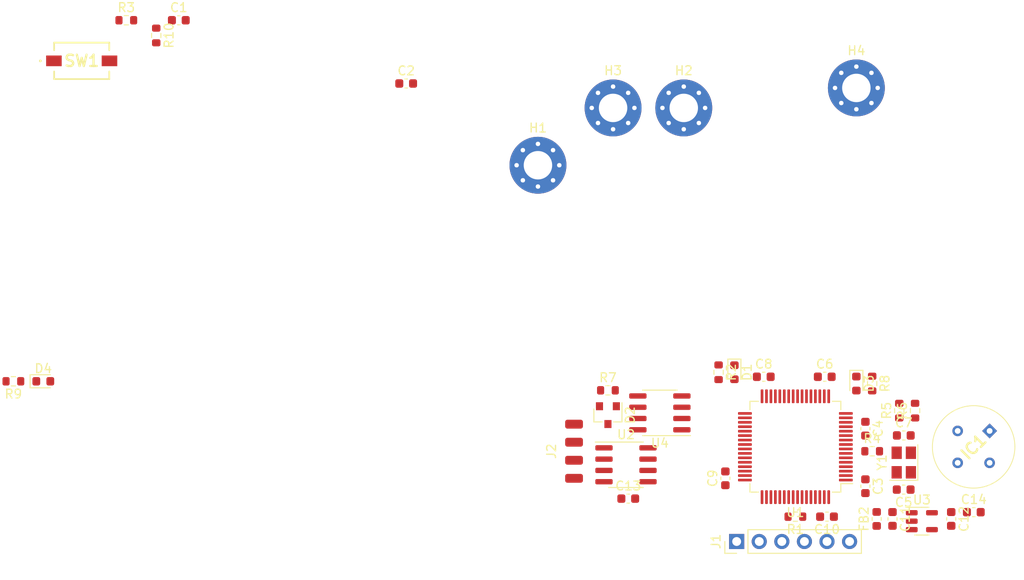
<source format=kicad_pcb>
(kicad_pcb (version 20211014) (generator pcbnew)
  (layers (0 "F.Cu" signal) (1 "In1.Cu" power "GND") (2 "In2.Cu" power "PWR") (31 "B.Cu" signal) (34 "B.Paste" user) (35 "F.Paste" user) (36 "B.SilkS" user "B.Silkscreen") (37 "F.SilkS" user "F.Silkscreen") (38 "B.Mask" user) (39 "F.Mask" user) (44 "Edge.Cuts" user))
  (net 0 "")
  (net 1 "/NRST")
  (net 2 "GND")
  (net 4 "/OSC_IN")
  (net 5 "Net-(C7-Pad1)")
  (net 6 "Net-(C11-Pad1)")
  (net 7 "+2V6")
  (net 8 "+3V3")
  (net 9 "Net-(D1-Pad1)")
  (net 10 "/LED")
  (net 11 "/CAN_L")
  (net 12 "/CAN_H")
  (net 13 "Net-(D3-Pad1)")
  (net 14 "/LED_ERR")
  (net 15 "Net-(D4-Pad1)")
  (net 16 "/SCL")
  (net 17 "/SDA")
  (net 18 "/SWCLK")
  (net 19 "/SWDIO")
  (net 20 "/SWO")
  (net 21 "+24V")
  (net 22 "Net-(R1-Pad1)")
  (net 23 "Net-(R3-Pad1)")
  (net 24 "/OSC_OUT")
  (net 52 "/CAN_RX")
  (net 53 "/CAN_TX")
  (footprint "Capacitor_SMD:C_0603_1608Metric" (layer "F.Cu") (at 167.386 132.588)
    (fp_text reference "C13" (at 0 -1.43) (layer "F.SilkS"))
    (fp_text value "10u <3.4Ohm")
    (fp_line (start -0.14058 -0.51) (end 0.14058 -0.51) (layer "F.SilkS") (width 0.12))
    (fp_line (start -0.14058 0.51) (end 0.14058 0.51) (layer "F.SilkS") (width 0.12))
    (pad "1" smd roundrect (at -0.775 0) (size 0.9 0.95) (layers "F.Cu" "F.Paste" "F.Mask") (net 8 "+3V3"))
    (pad "2" smd roundrect (at 0.775 0) (size 0.9 0.95) (layers "F.Cu" "F.Paste" "F.Mask") (net 2 "GND"))
  )
  (footprint "Package_SO:SOIC-8_3.9x4.9mm_P1.27mm" (layer "F.Cu") (at 167.132 128.778)
    (fp_text reference "U2" (at 0 -3.4) (layer "F.SilkS"))
    (fp_text value "MIC5236")
    (fp_line (start 0 -2.56) (end -3.45 -2.56) (layer "F.SilkS") (width 0.12))
    (fp_line (start 0 2.56) (end 1.95 2.56) (layer "F.SilkS") (width 0.12))
    (fp_line (start 0 -2.56) (end 1.95 -2.56) (layer "F.SilkS") (width 0.12))
    (fp_line (start 0 2.56) (end -1.95 2.56) (layer "F.SilkS") (width 0.12))
    (pad "1" smd roundrect (at -2.475 -1.905) (size 1.95 0.6) (layers "F.Cu" "F.Paste" "F.Mask"))
    (pad "2" smd roundrect (at -2.475 -0.635) (size 1.95 0.6) (layers "F.Cu" "F.Paste" "F.Mask") (net 21 "+24V"))
    (pad "3" smd roundrect (at -2.475 0.635) (size 1.95 0.6) (layers "F.Cu" "F.Paste" "F.Mask") (net 8 "+3V3"))
    (pad "4" smd roundrect (at -2.475 1.905) (size 1.95 0.6) (layers "F.Cu" "F.Paste" "F.Mask") (net 21 "+24V"))
    (pad "5" smd roundrect (at 2.475 1.905) (size 1.95 0.6) (layers "F.Cu" "F.Paste" "F.Mask") (net 2 "GND"))
    (pad "6" smd roundrect (at 2.475 0.635) (size 1.95 0.6) (layers "F.Cu" "F.Paste" "F.Mask") (net 2 "GND"))
    (pad "7" smd roundrect (at 2.475 -0.635) (size 1.95 0.6) (layers "F.Cu" "F.Paste" "F.Mask") (net 2 "GND"))
    (pad "8" smd roundrect (at 2.475 -1.905) (size 1.95 0.6) (layers "F.Cu" "F.Paste" "F.Mask") (net 2 "GND"))
  )
  (footprint "Capacitor_SMD:C_0603_1608Metric" (layer "F.Cu") (at 116.84 78.74)
    (fp_text reference "C1" (at 0 -1.43) (layer "F.SilkS"))
    (fp_text value "0.1u")
    (fp_line (start -0.14058 0.51) (end 0.14058 0.51) (layer "F.SilkS") (width 0.12))
    (fp_line (start -0.14058 -0.51) (end 0.14058 -0.51) (layer "F.SilkS") (width 0.12))
    (pad "1" smd roundrect (at -0.775 0) (size 0.9 0.95) (layers "F.Cu" "F.Paste" "F.Mask") (net 1 "/NRST"))
    (pad "2" smd roundrect (at 0.775 0) (size 0.9 0.95) (layers "F.Cu" "F.Paste" "F.Mask") (net 2 "GND"))
  )
  (footprint "Capacitor_SMD:C_0603_1608Metric" (layer "F.Cu") (at 189.484 118.872)
    (fp_text reference "C6" (at 0 -1.43) (layer "F.SilkS"))
    (fp_text value "100n")
    (fp_line (start -0.14058 0.51) (end 0.14058 0.51) (layer "F.SilkS") (width 0.12))
    (fp_line (start -0.14058 -0.51) (end 0.14058 -0.51) (layer "F.SilkS") (width 0.12))
    (pad "1" smd roundrect (at -0.775 0) (size 0.9 0.95) (layers "F.Cu" "F.Paste" "F.Mask") (net 8 "+3V3"))
    (pad "2" smd roundrect (at 0.775 0) (size 0.9 0.95) (layers "F.Cu" "F.Paste" "F.Mask") (net 2 "GND"))
  )
  (footprint "Diode_SMD:D_0603_1608Metric" (layer "F.Cu") (at 193.04 119.634 -90)
    (fp_text reference "D3" (at 0 -1.43 90) (layer "F.SilkS"))
    (fp_text value "RED")
    (fp_line (start -1.485 0.735) (end 0.8 0.735) (layer "F.SilkS") (width 0.12))
    (fp_line (start 0.8 -0.735) (end -1.485 -0.735) (layer "F.SilkS") (width 0.12))
    (fp_line (start -1.485 -0.735) (end -1.485 0.735) (layer "F.SilkS") (width 0.12))
    (pad "1" smd roundrect (at -0.7875 0 270) (size 0.875 0.95) (layers "F.Cu" "F.Paste" "F.Mask") (net 13 "Net-(D3-Pad1)"))
    (pad "2" smd roundrect (at 0.7875 0 270) (size 0.875 0.95) (layers "F.Cu" "F.Paste" "F.Mask") (net 14 "/LED_ERR"))
  )
  (footprint "Package_QFP:LQFP-64_10x10mm_P0.5mm" (layer "F.Cu") (at 186.182 126.746 180)
    (fp_text reference "U1" (at 0 -7.4) (layer "F.SilkS"))
    (fp_text value "STM32L4P5RET6")
    (fp_line (start -4.16 5.11) (end -5.11 5.11) (layer "F.SilkS") (width 0.12))
    (fp_line (start 4.16 5.11) (end 5.11 5.11) (layer "F.SilkS") (width 0.12))
    (fp_line (start 4.16 -5.11) (end 5.11 -5.11) (layer "F.SilkS") (width 0.12))
    (fp_line (start -5.11 5.11) (end -5.11 4.16) (layer "F.SilkS") (width 0.12))
    (fp_line (start -4.16 -5.11) (end -5.11 -5.11) (layer "F.SilkS") (width 0.12))
    (fp_line (start 5.11 5.11) (end 5.11 4.16) (layer "F.SilkS") (width 0.12))
    (fp_line (start -5.11 -4.16) (end -6.45 -4.16) (layer "F.SilkS") (width 0.12))
    (fp_line (start 5.11 -5.11) (end 5.11 -4.16) (layer "F.SilkS") (width 0.12))
    (fp_line (start -5.11 -5.11) (end -5.11 -4.16) (layer "F.SilkS") (width 0.12))
    (pad "1" smd roundrect (at -5.675 -3.75 180) (size 1.55 0.3) (layers "F.Cu" "F.Paste" "F.Mask") (net 8 "+3V3"))
    (pad "2" smd roundrect (at -5.675 -3.25 180) (size 1.55 0.3) (layers "F.Cu" "F.Paste" "F.Mask"))
    (pad "3" smd roundrect (at -5.675 -2.75 180) (size 1.55 0.3) (layers "F.Cu" "F.Paste" "F.Mask"))
    (pad "4" smd roundrect (at -5.675 -2.25 180) (size 1.55 0.3) (layers "F.Cu" "F.Paste" "F.Mask"))
    (pad "5" smd roundrect (at -5.675 -1.75 180) (size 1.55 0.3) (layers "F.Cu" "F.Paste" "F.Mask") (net 4 "/OSC_IN"))
    (pad "6" smd roundrect (at -5.675 -1.25 180) (size 1.55 0.3) (layers "F.Cu" "F.Paste" "F.Mask") (net 24 "/OSC_OUT"))
    (pad "7" smd roundrect (at -5.675 -0.75 180) (size 1.55 0.3) (layers "F.Cu" "F.Paste" "F.Mask") (net 1 "/NRST"))
    (pad "8" smd roundrect (at -5.675 -0.25 180) (size 1.55 0.3) (layers "F.Cu" "F.Paste" "F.Mask"))
    (pad "9" smd roundrect (at -5.675 0.25 180) (size 1.55 0.3) (layers "F.Cu" "F.Paste" "F.Mask"))
    (pad "10" smd roundrect (at -5.675 0.75 180) (size 1.55 0.3) (layers "F.Cu" "F.Paste" "F.Mask"))
    (pad "11" smd roundrect (at -5.675 1.25 180) (size 1.55 0.3) (layers "F.Cu" "F.Paste" "F.Mask"))
    (pad "12" smd roundrect (at -5.675 1.75 180) (size 1.55 0.3) (layers "F.Cu" "F.Paste" "F.Mask") (net 2 "GND"))
    (pad "13" smd roundrect (at -5.675 2.25 180) (size 1.55 0.3) (layers "F.Cu" "F.Paste" "F.Mask") (net 8 "+3V3"))
    (pad "14" smd roundrect (at -5.675 2.75 180) (size 1.55 0.3) (layers "F.Cu" "F.Paste" "F.Mask"))
    (pad "15" smd roundrect (at -5.675 3.25 180) (size 1.55 0.3) (layers "F.Cu" "F.Paste" "F.Mask"))
    (pad "16" smd roundrect (at -5.675 3.75 180) (size 1.55 0.3) (layers "F.Cu" "F.Paste" "F.Mask"))
    (pad "17" smd roundrect (at -3.75 5.675 180) (size 0.3 1.55) (layers "F.Cu" "F.Paste" "F.Mask"))
    (pad "18" smd roundrect (at -3.25 5.675 180) (size 0.3 1.55) (layers "F.Cu" "F.Paste" "F.Mask") (net 2 "GND"))
    (pad "19" smd roundrect (at -2.75 5.675 180) (size 0.3 1.55) (layers "F.Cu" "F.Paste" "F.Mask") (net 8 "+3V3"))
    (pad "20" smd roundrect (at -2.25 5.675 180) (size 0.3 1.55) (layers "F.Cu" "F.Paste" "F.Mask"))
    (pad "21" smd roundrect (at -1.75 5.675 180) (size 0.3 1.55) (layers "F.Cu" "F.Paste" "F.Mask"))
    (pad "22" smd roundrect (at -1.25 5.675 180) (size 0.3 1.55) (layers "F.Cu" "F.Paste" "F.Mask") (net 14 "/LED_ERR"))
    (pad "23" smd roundrect (at -0.75 5.675 180) (size 0.3 1.55) (layers "F.Cu" "F.Paste" "F.Mask"))
    (pad "24" smd roundrect (at -0.25 5.675 180) (size 0.3 1.55) (layers "F.Cu" "F.Paste" "F.Mask"))
    (pad "25" smd roundrect (at 0.25 5.675 180) (size 0.3 1.55) (layers "F.Cu" "F.Paste" "F.Mask"))
    (pad "26" smd roundrect (at 0.75 5.675 180) (size 0.3 1.55) (layers "F.Cu" "F.Paste" "F.Mask") (net 10 "/LED"))
    (pad "27" smd roundrect (at 1.25 5.675 180) (size 0.3 1.55) (layers "F.Cu" "F.Paste" "F.Mask"))
    (pad "28" smd roundrect (at 1.75 5.675 180) (size 0.3 1.55) (layers "F.Cu" "F.Paste" "F.Mask"))
    (pad "29" smd roundrect (at 2.25 5.675 180) (size 0.3 1.55) (layers "F.Cu" "F.Paste" "F.Mask") (net 16 "/SCL"))
    (pad "30" smd roundrect (at 2.75 5.675 180) (size 0.3 1.55) (layers "F.Cu" "F.Paste" "F.Mask") (net 17 "/SDA"))
    (pad "31" smd roundrect (at 3.25 5.675 180) (size 0.3 1.55) (layers "F.Cu" "F.Paste" "F.Mask") (net 2 "GND"))
    (pad "32" smd roundrect (at 3.75 5.675 180) (size 0.3 1.55) (layers "F.Cu" "F.Paste" "F.Mask") (net 8 "+3V3"))
    (pad "33" smd roundrect (at 5.675 3.75 180) (size 1.55 0.3) (layers "F.Cu" "F.Paste" "F.Mask"))
    (pad "34" smd roundrect (at 5.675 3.25 180) (size 1.55 0.3) (layers "F.Cu" "F.Paste" "F.Mask"))
    (pad "35" smd roundrect (at 5.675 2.75 180) (size 1.55 0.3) (layers "F.Cu" "F.Paste" "F.Mask"))
    (pad "36" smd roundrect (at 5.675 2.25 180) (size 1.55 0.3) (layers "F.Cu" "F.Paste" "F.Mask"))
    (pad "37" smd roundrect (at 5.675 1.75 180) (size 1.55 0.3) (layers "F.Cu" "F.Paste" "F.Mask"))
    (pad "38" smd roundrect (at 5.675 1.25 180) (size 1.55 0.3) (layers "F.Cu" "F.Paste" "F.Mask"))
    (pad "39" smd roundrect (at 5.675 0.75 180) (size 1.55 0.3) (layers "F.Cu" "F.Paste" "F.Mask"))
    (pad "40" smd roundrect (at 5.675 0.25 180) (size 1.55 0.3) (layers "F.Cu" "F.Paste" "F.Mask"))
    (pad "41" smd roundrect (at 5.675 -0.25 180) (size 1.55 0.3) (layers "F.Cu" "F.Paste" "F.Mask"))
    (pad "42" smd roundrect (at 5.675 -0.75 180) (size 1.55 0.3) (layers "F.Cu" "F.Paste" "F.Mask"))
    (pad "43" smd roundrect (at 5.675 -1.25 180) (size 1.55 0.3) (layers "F.Cu" "F.Paste" "F.Mask"))
    (pad "44" smd roundrect (at 5.675 -1.75 180) (size 1.55 0.3) (layers "F.Cu" "F.Paste" "F.Mask") (net 52 "/CAN_RX"))
    (pad "45" smd roundrect (at 5.675 -2.25 180) (size 1.55 0.3) (layers "F.Cu" "F.Paste" "F.Mask") (net 53 "/CAN_TX"))
    (pad "46" smd roundrect (at 5.675 -2.75 180) (size 1.55 0.3) (layers "F.Cu" "F.Paste" "F.Mask") (net 19 "/SWDIO"))
    (pad "47" smd roundrect (at 5.675 -3.25 180) (size 1.55 0.3) (layers "F.Cu" "F.Paste" "F.Mask") (net 2 "GND"))
    (pad "48" smd roundrect (at 5.675 -3.75 180) (size 1.55 0.3) (layers "F.Cu" "F.Paste" "F.Mask") (net 8 "+3V3"))
    (pad "49" smd roundrect (at 3.75 -5.675 180) (size 0.3 1.55) (layers "F.Cu" "F.Paste" "F.Mask") (net 18 "/SWCLK"))
    (pad "50" smd roundrect (at 3.25 -5.675 180) (size 0.3 1.55) (layers "F.Cu" "F.Paste" "F.Mask"))
    (pad "51" smd roundrect (at 2.75 -5.675 180) (size 0.3 1.55) (layers "F.Cu" "F.Paste" "F.Mask"))
    (pad "52" smd roundrect (at 2.25 -5.675 180) (size 0.3 1.55) (layers "F.Cu" "F.Paste" "F.Mask"))
    (pad "53" smd roundrect (at 1.75 -5.675 180) (size 0.3 1.55) (layers "F.Cu" "F.Paste" "F.Mask"))
    (pad "54" smd roundrect (at 1.25 -5.675 180) (size 0.3 1.55) (layers "F.Cu" "F.Paste" "F.Mask"))
    (pad "55" smd roundrect (at 0.75 -5.675 180) (size 0.3 1.55) (layers "F.Cu" "F.Paste" "F.Mask") (net 20 "/SWO"))
    (pad "56" smd roundrect (at 0.25 -5.675 180) (size 0.3 1.55) (layers "F.Cu" "F.Paste" "F.Mask"))
    (pad "57" smd roundrect (at -0.25 -5.675 180) (size 0.3 1.55) (layers "F.Cu" "F.Paste" "F.Mask"))
    (pad "58" smd roundrect (at -0.75 -5.675 180) (size 0.3 1.55) (layers "F.Cu" "F.Paste" "F.Mask"))
    (pad "59" smd roundrect (at -1.25 -5.675 180) (size 0.3 1.55) (layers "F.Cu" "F.Paste" "F.Mask"))
    (pad "60" smd roundrect (at -1.75 -5.675 180) (size 0.3 1.55) (layers "F.Cu" "F.Paste" "F.Mask") (net 22 "Net-(R1-Pad1)"))
    (pad "61" smd roundrect (at -2.25 -5.675 180) (size 0.3 1.55) (layers "F.Cu" "F.Paste" "F.Mask"))
    (pad "62" smd roundrect (at -2.75 -5.675 180) (size 0.3 1.55) (layers "F.Cu" "F.Paste" "F.Mask"))
    (pad "63" smd roundrect (at -3.25 -5.675 180) (size 0.3 1.55) (layers "F.Cu" "F.Paste" "F.Mask") (net 2 "GND"))
    (pad "64" smd roundrect (at -3.75 -5.675 180) (size 0.3 1.55) (layers "F.Cu" "F.Paste" "F.Mask") (net 8 "+3V3"))
  )
  (footprint "Resistor_SMD:R_0603_1608Metric" (layer "F.Cu") (at 194.818 119.634 -90)
    (fp_text reference "R8" (at 0 -1.43 90) (layer "F.SilkS"))
    (fp_text value "1k5")
    (fp_line (start -0.237258 0.5225) (end 0.237258 0.5225) (layer "F.SilkS") (width 0.12))
    (fp_line (start -0.237258 -0.5225) (end 0.237258 -0.5225) (layer "F.SilkS") (width 0.12))
    (pad "1" smd roundrect (at -0.825 0 270) (size 0.8 0.95) (layers "F.Cu" "F.Paste" "F.Mask") (net 13 "Net-(D3-Pad1)"))
    (pad "2" smd roundrect (at 0.825 0 270) (size 0.8 0.95) (layers "F.Cu" "F.Paste" "F.Mask") (net 2 "GND"))
  )
  (footprint "Diode_SMD:D_0603_1608Metric" (layer "F.Cu") (at 179.324 118.364 -90)
    (fp_text reference "D1" (at 0 -1.43 90) (layer "F.SilkS"))
    (fp_text value "BLUE")
    (fp_line (start -1.485 -0.735) (end -1.485 0.735) (layer "F.SilkS") (width 0.12))
    (fp_line (start 0.8 -0.735) (end -1.485 -0.735) (layer "F.SilkS") (width 0.12))
    (fp_line (start -1.485 0.735) (end 0.8 0.735) (layer "F.SilkS") (width 0.12))
    (pad "1" smd roundrect (at -0.7875 0 270) (size 0.875 0.95) (layers "F.Cu" "F.Paste" "F.Mask") (net 9 "Net-(D1-Pad1)"))
    (pad "2" smd roundrect (at 0.7875 0 270) (size 0.875 0.95) (layers "F.Cu" "F.Paste" "F.Mask") (net 10 "/LED"))
  )
  (footprint "Resistor_SMD:R_0603_1608Metric" (layer "F.Cu") (at 197.866 122.682 90)
    (fp_text reference "R5" (at 0 -1.43 90) (layer "F.SilkS"))
    (fp_text value "4k7")
    (fp_line (start -0.237258 0.5225) (end 0.237258 0.5225) (layer "F.SilkS") (width 0.12))
    (fp_line (start -0.237258 -0.5225) (end 0.237258 -0.5225) (layer "F.SilkS") (width 0.12))
    (pad "1" smd roundrect (at -0.825 0 90) (size 0.8 0.95) (layers "F.Cu" "F.Paste" "F.Mask") (net 8 "+3V3"))
    (pad "2" smd roundrect (at 0.825 0 90) (size 0.8 0.95) (layers "F.Cu" "F.Paste" "F.Mask") (net 17 "/SDA"))
  )
  (footprint "TSOT23-5:TSOT-23-5" (layer "F.Cu") (at 200.406 135.128)
    (fp_text reference "U3" (at 0 -2.4) (layer "F.SilkS"))
    (fp_text value "MIC5306-2.6YD5-TR")
    (fp_line (start 0 -1.56) (end 0.8 -1.56) (layer "F.SilkS") (width 0.12))
    (fp_line (start 0 -1.56) (end -1.8 -1.56) (layer "F.SilkS") (width 0.12))
    (fp_line (start 0 1.56) (end 0.8 1.56) (layer "F.SilkS") (width 0.12))
    (fp_line (start 0 1.56) (end -0.8 1.56) (layer "F.SilkS") (width 0.12))
    (pad "1" smd roundrect locked (at -1.1375 -0.95) (size 1.325 0.6) (layers "F.Cu" "F.Paste" "F.Mask") (net 6 "Net-(C11-Pad1)"))
    (pad "2" smd roundrect locked (at -1.1375 0) (size 1.325 0.6) (layers "F.Cu" "F.Paste" "F.Mask") (net 2 "GND"))
    (pad "3" smd roundrect locked (at -1.1375 0.95) (size 1.325 0.6) (layers "F.Cu" "F.Paste" "F.Mask") (net 6 "Net-(C11-Pad1)"))
    (pad "4" smd roundrect locked (at 1.1375 0.95) (size 1.325 0.6) (layers "F.Cu" "F.Paste" "F.Mask"))
    (pad "5" smd roundrect locked (at 1.1375 -0.95) (size 1.325 0.6) (layers "F.Cu" "F.Paste" "F.Mask") (net 7 "+2V6"))
  )
  (footprint "Capacitor_SMD:C_0603_1608Metric" (layer "F.Cu") (at 194.056 131.191 -90)
    (fp_text reference "C3" (at 0 -1.43 90) (layer "F.SilkS"))
    (fp_text value "100n")
    (fp_line (start -0.14058 0.51) (end 0.14058 0.51) (layer "F.SilkS") (width 0.12))
    (fp_line (start -0.14058 -0.51) (end 0.14058 -0.51) (layer "F.SilkS") (width 0.12))
    (pad "1" smd roundrect (at -0.775 0 270) (size 0.9 0.95) (layers "F.Cu" "F.Paste" "F.Mask") (net 8 "+3V3"))
    (pad "2" smd roundrect (at 0.775 0 270) (size 0.9 0.95) (layers "F.Cu" "F.Paste" "F.Mask") (net 2 "GND"))
  )
  (footprint "Resistor_SMD:R_0603_1608Metric" (layer "F.Cu") (at 98.235 119.38 180)
    (fp_text reference "R9" (at 0 -1.43) (layer "F.SilkS"))
    (fp_text value "1k5")
    (fp_line (start -0.237258 0.5225) (end 0.237258 0.5225) (layer "F.SilkS") (width 0.12))
    (fp_line (start -0.237258 -0.5225) (end 0.237258 -0.5225) (layer "F.SilkS") (width 0.12))
    (pad "1" smd roundrect (at -0.825 0 180) (size 0.8 0.95) (layers "F.Cu" "F.Paste" "F.Mask") (net 15 "Net-(D4-Pad1)"))
    (pad "2" smd roundrect (at 0.825 0 180) (size 0.8 0.95) (layers "F.Cu" "F.Paste" "F.Mask") (net 2 "GND"))
  )
  (footprint "Capacitor_SMD:C_0603_1608Metric" (layer "F.Cu") (at 206.248 134.112)
    (fp_text reference "C14" (at 0 -1.43) (layer "F.SilkS"))
    (fp_text value "100n")
    (fp_line (start -0.14058 0.51) (end 0.14058 0.51) (layer "F.SilkS") (width 0.12))
    (fp_line (start -0.14058 -0.51) (end 0.14058 -0.51) (layer "F.SilkS") (width 0.12))
    (pad "1" smd roundrect (at -0.775 0) (size 0.9 0.95) (layers "F.Cu" "F.Paste" "F.Mask") (net 7 "+2V6"))
    (pad "2" smd roundrect (at 0.775 0) (size 0.9 0.95) (layers "F.Cu" "F.Paste" "F.Mask") (net 2 "GND"))
  )
  (footprint "Resistor_SMD:R_0603_1608Metric" (layer "F.Cu") (at 177.546 118.364 -90)
    (fp_text reference "R2" (at 0 -1.43 90) (layer "F.SilkS"))
    (fp_text value "1k5")
    (fp_line (start -0.237258 0.5225) (end 0.237258 0.5225) (layer "F.SilkS") (width 0.12))
    (fp_line (start -0.237258 -0.5225) (end 0.237258 -0.5225) (layer "F.SilkS") (width 0.12))
    (pad "1" smd roundrect (at -0.825 0 270) (size 0.8 0.95) (layers "F.Cu" "F.Paste" "F.Mask") (net 9 "Net-(D1-Pad1)"))
    (pad "2" smd roundrect (at 0.825 0 270) (size 0.8 0.95) (layers "F.Cu" "F.Paste" "F.Mask") (net 2 "GND"))
  )
  (footprint "MountingHole:MountingHole_3.2mm_M3_Pad_Via" (layer "F.Cu") (at 173.63 88.61)
    (fp_text reference "H2" (at 0 -4.2) (layer "F.SilkS"))
    (fp_text value "Mounting_Pad")
    (pad "1" thru_hole circle (at 0 -2.4) (size 0.8 0.8) (drill 0.5) (layers *.Cu *.Mask) (net 2 "GND"))
    (pad "1" thru_hole circle (at -1.697056 1.697056) (size 0.8 0.8) (drill 0.5) (layers *.Cu *.Mask) (net 2 "GND"))
    (pad "1" thru_hole circle (at 2.4 0) (size 0.8 0.8) (drill 0.5) (layers *.Cu *.Mask) (net 2 "GND"))
    (pad "1" thru_hole circle (at 0 2.4) (size 0.8 0.8) (drill 0.5) (layers *.Cu *.Mask) (net 2 "GND"))
    (pad "1" thru_hole circle (at 1.697056 1.697056) (size 0.8 0.8) (drill 0.5) (layers *.Cu *.Mask) (net 2 "GND"))
    (pad "1" thru_hole circle (at 0 0) (size 6.4 6.4) (drill 3.2) (layers *.Cu *.Mask) (net 2 "GND"))
    (pad "1" thru_hole circle (at 1.697056 -1.697056) (size 0.8 0.8) (drill 0.5) (layers *.Cu *.Mask) (net 2 "GND"))
    (pad "1" thru_hole circle (at -1.697056 -1.697056) (size 0.8 0.8) (drill 0.5) (layers *.Cu *.Mask) (net 2 "GND"))
    (pad "1" thru_hole circle (at -2.4 0) (size 0.8 0.8) (drill 0.5) (layers *.Cu *.Mask) (net 2 "GND"))
  )
  (footprint "MountingHole:MountingHole_3.2mm_M3_Pad_Via" (layer "F.Cu") (at 165.68 88.61)
    (fp_text reference "H3" (at 0 -4.2) (layer "F.SilkS"))
    (fp_text value "Mounting_Pad")
    (pad "1" thru_hole circle (at 0 -2.4) (size 0.8 0.8) (drill 0.5) (layers *.Cu *.Mask) (net 2 "GND"))
    (pad "1" thru_hole circle (at 0 0) (size 6.4 6.4) (drill 3.2) (layers *.Cu *.Mask) (net 2 "GND"))
    (pad "1" thru_hole circle (at 1.697056 -1.697056) (size 0.8 0.8) (drill 0.5) (layers *.Cu *.Mask) (net 2 "GND"))
    (pad "1" thru_hole circle (at 2.4 0) (size 0.8 0.8) (drill 0.5) (layers *.Cu *.Mask) (net 2 "GND"))
    (pad "1" thru_hole circle (at -1.697056 1.697056) (size 0.8 0.8) (drill 0.5) (layers *.Cu *.Mask) (net 2 "GND"))
    (pad "1" thru_hole circle (at 0 2.4) (size 0.8 0.8) (drill 0.5) (layers *.Cu *.Mask) (net 2 "GND"))
    (pad "1" thru_hole circle (at -1.697056 -1.697056) (size 0.8 0.8) (drill 0.5) (layers *.Cu *.Mask) (net 2 "GND"))
    (pad "1" thru_hole circle (at -2.4 0) (size 0.8 0.8) (drill 0.5) (layers *.Cu *.Mask) (net 2 "GND"))
    (pad "1" thru_hole circle (at 1.697056 1.697056) (size 0.8 0.8) (drill 0.5) (layers *.Cu *.Mask) (net 2 "GND"))
  )
  (footprint "BUTTON:434781025816" (layer "F.Cu") (at 105.918 83.312)
    (fp_text reference "SW1" (at 0 0) (layer "F.SilkS") (effects (font (size 1.27 1.27) (thickness 0.254))))
    (fp_text value "RESET" hide)
    (fp_line (start -3.1 2.05) (end 3.1 2.05) (layer "F.SilkS") (width 0.2))
    (fp_line (start -4.6 0) (end -4.6 0) (layer "F.SilkS") (width 0.2))
    (fp_line (start -4.7 0) (end -4.7 0) (layer "F.SilkS") (width 0.2))
    (fp_line (start -3.1 1.2) (end -3.1 2.05) (layer "F.SilkS") (width 0.2))
    (fp_line (start -3.1 -1.2) (end -3.1 -2.05) (layer "F.SilkS") (width 0.2))
    (fp_line (start -4.7 0) (end -4.7 0) (layer "F.SilkS") (width 0.2))
    (fp_line (start -3.1 -2.05) (end 3.1 -2.05) (layer "F.SilkS") (width 0.2))
    (fp_line (start 3.1 2.05) (end 3.1 1.2) (layer "F.SilkS") (width 0.2))
    (fp_line (start 3.1 -2.05) (end 3.1 -1.2) (layer "F.SilkS") (width 0.2))
    (fp_arc (start -4.6 0) (mid -4.65 0.05) (end -4.7 0) (layer "F.SilkS") (width 0.2))
    (fp_arc (start -4.6 0) (mid -4.65 0.05) (end -4.7 0) (layer "F.SilkS") (width 0.2))
    (fp_arc (start -4.7 0) (mid -4.65 -0.05) (end -4.6 0) (layer "F.SilkS") (width 0.2))
    (pad "1" smd rect locked (at -3.125 0 90) (size 1.2 1.75) (layers "F.Cu" "F.Paste" "F.Mask") (net 2 "GND"))
    (pad "2" smd rect locked (at 3.125 0 90) (size 1.2 1.75) (layers "F.Cu" "F.Paste" "F.Mask") (net 23 "Net-(R3-Pad1)"))
  )
  (footprint "Capacitor_SMD:C_0603_1608Metric" (layer "F.Cu") (at 198.361 131.572 180)
    (fp_text reference "C5" (at 0 -1.43) (layer "F.SilkS"))
    (fp_text value "8p")
    (fp_line (start -0.14058 0.51) (end 0.14058 0.51) (layer "F.SilkS") (width 0.12))
    (fp_line (start -0.14058 -0.51) (end 0.14058 -0.51) (layer "F.SilkS") (width 0.12))
    (pad "1" smd roundrect (at -0.775 0 180) (size 0.9 0.95) (layers "F.Cu" "F.Paste" "F.Mask") (net 4 "/OSC_IN"))
    (pad "2" smd roundrect (at 0.775 0 180) (size 0.9 0.95) (layers "F.Cu" "F.Paste" "F.Mask") (net 2 "GND"))
  )
  (footprint "Capacitor_SMD:C_0603_1608Metric" (layer "F.Cu") (at 198.374 125.476)
    (fp_text reference "C7" (at 0 -1.43) (layer "F.SilkS"))
    (fp_text value "8p")
    (fp_line (start -0.14058 -0.51) (end 0.14058 -0.51) (layer "F.SilkS") (width 0.12))
    (fp_line (start -0.14058 0.51) (end 0.14058 0.51) (layer "F.SilkS") (width 0.12))
    (pad "1" smd roundrect (at -0.775 0) (size 0.9 0.95) (layers "F.Cu" "F.Paste" "F.Mask") (net 5 "Net-(C7-Pad1)"))
    (pad "2" smd roundrect (at 0.775 0) (size 0.9 0.95) (layers "F.Cu" "F.Paste" "F.Mask") (net 2 "GND"))
  )
  (footprint "SOLDER_PAD_01x04:SolderWirePad_1x04_SMD_1x2mm" (layer "F.Cu") (at 161.29 127.254 90)
    (fp_text reference "J2" (at 0 -2.54 90) (layer "F.SilkS"))
    (fp_text value "CAN_01x04")
    (pad "1" smd roundrect (at -3.048 0 90) (size 1 2) (layers "F.Cu" "F.Paste" "F.Mask") (net 21 "+24V"))
    (pad "2" smd roundrect (at -1.016 0 90) (size 1 2) (layers "F.Cu" "F.Paste" "F.Mask") (net 12 "/CAN_H"))
    (pad "3" smd roundrect (at 1.016 0 90) (size 1 2) (layers "F.Cu" "F.Paste" "F.Mask") (net 11 "/CAN_L"))
    (pad "4" smd roundrect (at 3.048 0 90) (size 1 2) (layers "F.Cu" "F.Paste" "F.Mask") (net 2 "GND"))
  )
  (footprint "Resistor_SMD:R_0603_1608Metric" (layer "F.Cu") (at 165.1 120.396)
    (fp_text reference "R7" (at 0 -1.43) (layer "F.SilkS"))
    (fp_text value "120")
    (fp_line (start -0.237258 -0.5225) (end 0.237258 -0.5225) (layer "F.SilkS") (width 0.12))
    (fp_line (start -0.237258 0.5225) (end 0.237258 0.5225) (layer "F.SilkS") (width 0.12))
    (pad "1" smd roundrect (at -0.825 0) (size 0.8 0.95) (layers "F.Cu" "F.Paste" "F.Mask") (net 12 "/CAN_H"))
    (pad "2" smd roundrect (at 0.825 0) (size 0.8 0.95) (layers "F.Cu" "F.Paste" "F.Mask") (net 11 "/CAN_L"))
  )
  (footprint "Capacitor_SMD:C_0603_1608Metric" (layer "F.Cu") (at 189.738 134.62 180)
    (fp_text reference "C10" (at 0 -1.43) (layer "F.SilkS"))
    (fp_text value "100n")
    (fp_line (start -0.14058 -0.51) (end 0.14058 -0.51) (layer "F.SilkS") (width 0.12))
    (fp_line (start -0.14058 0.51) (end 0.14058 0.51) (layer "F.SilkS") (width 0.12))
    (pad "1" smd roundrect (at -0.775 0 180) (size 0.9 0.95) (layers "F.Cu" "F.Paste" "F.Mask") (net 8 "+3V3"))
    (pad "2" smd roundrect (at 0.775 0 180) (size 0.9 0.95) (layers "F.Cu" "F.Paste" "F.Mask") (net 2 "GND"))
  )
  (footprint "Capacitor_SMD:C_0603_1608Metric" (layer "F.Cu") (at 142.41 85.86)
    (fp_text reference "C2" (at 0 -1.43) (layer "F.SilkS"))
    (fp_text value "4u7")
    (fp_line (start -0.14058 0.51) (end 0.14058 0.51) (layer "F.SilkS") (width 0.12))
    (fp_line (start -0.14058 -0.51) (end 0.14058 -0.51) (layer "F.SilkS") (width 0.12))
    (pad "1" smd roundrect (at -0.775 0) (size 0.9 0.95) (layers "F.Cu" "F.Paste" "F.Mask") (net 8 "+3V3"))
    (pad "2" smd roundrect (at 0.775 0) (size 0.9 0.95) (layers "F.Cu" "F.Paste" "F.Mask") (net 2 "GND"))
  )
  (footprint "Package_SO:SOIC-8_3.9x4.9mm_P1.27mm" (layer "F.Cu") (at 170.942 122.936 180)
    (fp_text reference "U4" (at 0 -3.4) (layer "F.SilkS"))
    (fp_text value "SN65HVD232")
    (fp_line (start 0 2.56) (end 1.95 2.56) (layer "F.SilkS") (width 0.12))
    (fp_line (start 0 -2.56) (end 1.95 -2.56) (layer "F.SilkS") (width 0.12))
    (fp_line (start 0 2.56) (end -1.95 2.56) (layer "F.SilkS") (width 0.12))
    (fp_line (start 0 -2.56) (end -3.45 -2.56) (layer "F.SilkS") (width 0.12))
    (pad "1" smd roundrect (at -2.475 -1.905 180) (size 1.95 0.6) (layers "F.Cu" "F.Paste" "F.Mask") (net 53 "/CAN_TX"))
    (pad "2" smd roundrect (at -2.475 -0.635 180) (size 1.95 0.6) (layers "F.Cu" "F.Paste" "F.Mask") (net 2 "GND"))
    (pad "3" smd roundrect (at -2.475 0.635 180) (size 1.95 0.6) (layers "F.Cu" "F.Paste" "F.Mask") (net 8 "+3V3"))
    (pad "4" smd roundrect (at -2.475 1.905 180) (size 1.95 0.6) (layers "F.Cu" "F.Paste" "F.Mask") (net 52 "/CAN_RX"))
    (pad "5" smd roundrect (at 2.475 1.905 180) (size 1.95 0.6) (layers "F.Cu" "F.Paste" "F.Mask"))
    (pad "6" smd roundrect (at 2.475 0.635 180) (size 1.95 0.6) (layers "F.Cu" "F.Paste" "F.Mask") (net 11 "/CAN_L"))
    (pad "7" smd roundrect (at 2.475 -0.635 180) (size 1.95 0.6) (layers "F.Cu" "F.Paste" "F.Mask") (net 12 "/CAN_H"))
    (pad "8" smd roundrect (at 2.475 -1.905 180) (size 1.95 0.6) (layers "F.Cu" "F.Paste" "F.Mask"))
  )
  (footprint "Resistor_SMD:R_0603_1608Metric" (layer "F.Cu") (at 114.3 80.455 -90)
    (fp_text reference "R10" (at 0 -1.43 90) (layer "F.SilkS"))
    (fp_text value "10k")
    (fp_line (start -0.237258 -0.5225) (end 0.237258 -0.5225) (layer "F.SilkS") (width 0.12))
    (fp_line (start -0.237258 0.5225) (end 0.237258 0.5225) (layer "F.SilkS") (width 0.12))
    (pad "1" smd roundrect (at -0.825 0 270) (size 0.8 0.95) (layers "F.Cu" "F.Paste" "F.Mask") (net 1 "/NRST"))
    (pad "2" smd roundrect (at 0.825 0 270) (size 0.8 0.95) (layers "F.Cu" "F.Paste" "F.Mask") (net 8 "+3V3"))
  )
  (footprint "MountingHole:MountingHole_3.2mm_M3_Pad_Via" (layer "F.Cu") (at 157.23 95.06)
    (fp_text reference "H1" (at 0 -4.2) (layer "F.SilkS"))
    (fp_text value "Mounting_Pad")
    (pad "1" thru_hole circle (at 0 -2.4) (size 0.8 0.8) (drill 0.5) (layers *.Cu *.Mask) (net 2 "GND"))
    (pad "1" thru_hole circle (at -1.697056 1.697056) (size 0.8 0.8) (drill 0.5) (layers *.Cu *.Mask) (net 2 "GND"))
    (pad "1" thru_hole circle (at 1.697056 -1.697056) (size 0.8 0.8) (drill 0.5) (layers *.Cu *.Mask) (net 2 "GND"))
    (pad "1" thru_hole circle (at 1.697056 1.697056) (size 0.8 0.8) (drill 0.5) (layers *.Cu *.Mask) (net 2 "GND"))
    (pad "1" thru_hole circle (at 2.4 0) (size 0.8 0.8) (drill 0.5) (layers *.Cu *.Mask) (net 2 "GND"))
    (pad "1" thru_hole circle (at -1.697056 -1.697056) (size 0.8 0.8) (drill 0.5) (layers *.Cu *.Mask) (net 2 "GND"))
    (pad "1" thru_hole circle (at 0 0) (size 6.4 6.4) (drill 3.2) (layers *.Cu *.Mask) (net 2 "GND"))
    (pad "1" thru_hole circle (at -2.4 0) (size 0.8 0.8) (drill 0.5) (layers *.Cu *.Mask) (net 2 "GND"))
    (pad "1" thru_hole circle (at 0 2.4) (size 0.8 0.8) (drill 0.5) (layers *.Cu *.Mask) (net 2 "GND"))
  )
  (footprint "Capacitor_SMD:C_0603_1608Metric" (layer "F.Cu") (at 178.308 130.302 90)
    (fp_text reference "C9" (at 0 -1.43 90) (layer "F.SilkS"))
    (fp_text value "100n")
    (fp_line (start -0.14058 -0.51) (end 0.14058 -0.51) (layer "F.SilkS") (width 0.12))
    (fp_line (start -0.14058 0.51) (end 0.14058 0.51) (layer "F.SilkS") (width 0.12))
    (pad "1" smd roundrect (at -0.775 0 90) (size 0.9 0.95) (layers "F.Cu" "F.Paste" "F.Mask") (net 8 "+3V3"))
    (pad "2" smd roundrect (at 0.775 0 90) (size 0.9 0.95) (layers "F.Cu" "F.Paste" "F.Mask") (net 2 "GND"))
  )
  (footprint "Resistor_SMD:R_0603_1608Metric" (layer "F.Cu") (at 199.644 122.682 90)
    (fp_text reference "R6" (at 0 -1.43 90) (layer "F.SilkS"))
    (fp_text value "4k7")
    (fp_line (start -0.237258 0.5225) (end 0.237258 0.5225) (layer "F.SilkS") (width 0.12))
    (fp_line (start -0.237258 -0.5225) (end 0.237258 -0.5225) (layer "F.SilkS") (width 0.12))
    (pad "1" smd roundrect (at -0.825 0 90) (size 0.8 0.95) (layers "F.Cu" "F.Paste" "F.Mask") (net 8 "+3V3"))
    (pad "2" smd roundrect (at 0.825 0 90) (size 0.8 0.95) (layers "F.Cu" "F.Paste" "F.Mask") (net 16 "/SCL"))
  )
  (footprint "Resistor_SMD:R_0603_1608Metric" (layer "F.Cu") (at 110.935 78.74)
    (fp_text reference "R3" (at 0 -1.43) (layer "F.SilkS"))
    (fp_text value "1k")
    (fp_line (start -0.237258 0.5225) (end 0.237258 0.5225) (layer "F.SilkS") (width 0.12))
    (fp_line (start -0.237258 -0.5225) (end 0.237258 -0.5225) (layer "F.SilkS") (width 0.12))
    (pad "1" smd roundrect (at -0.825 0) (size 0.8 0.95) (layers "F.Cu" "F.Paste" "F.Mask") (net 23 "Net-(R3-Pad1)"))
    (pad "2" smd roundrect (at 0.825 0) (size 0.8 0.95) (layers "F.Cu" "F.Paste" "F.Mask") (net 1 "/NRST"))
  )
  (footprint "Diode_SMD:D_0603_1608Metric" (layer "F.Cu") (at 101.6 119.38)
    (fp_text reference "D4" (at 0 -1.43) (layer "F.SilkS"))
    (fp_text value "RED")
    (fp_line (start -1.485 -0.735) (end -1.485 0.735) (layer "F.SilkS") (width 0.12))
    (fp_line (start -1.485 0.735) (end 0.8 0.735) (layer "F.SilkS") (width 0.12))
    (fp_line (start 0.8 -0.735) (end -1.485 -0.735) (layer "F.SilkS") (width 0.12))
    (pad "1" smd roundrect (at -0.7875 0) (size 0.875 0.95) (layers "F.Cu" "F.Paste" "F.Mask") (net 15 "Net-(D4-Pad1)"))
    (pad "2" smd roundrect (at 0.7875 0) (size 0.875 0.95) (layers "F.Cu" "F.Paste" "F.Mask") (net 8 "+3V3"))
  )
  (footprint "Resistor_SMD:R_0603_1608Metric" (layer "F.Cu") (at 186.182 134.62 180)
    (fp_text reference "R1" (at 0 -1.43) (layer "F.SilkS"))
    (fp_text value "100k")
    (fp_line (start -0.237258 0.5225) (end 0.237258 0.5225) (layer "F.SilkS") (width 0.12))
    (fp_line (start -0.237258 -0.5225) (end 0.237258 -0.5225) (layer "F.SilkS") (width 0.12))
    (pad "1" smd roundrect (at -0.825 0 180) (size 0.8 0.95) (layers "F.Cu" "F.Paste" "F.Mask") (net 22 "Net-(R1-Pad1)"))
    (pad "2" smd roundrect (at 0.825 0 180) (size 0.8 0.95) (layers "F.Cu" "F.Paste" "F.Mask") (net 2 "GND"))
  )
  (footprint "Resistor_SMD:R_0603_1608Metric" (layer "F.Cu") (at 194.818 127.254)
    (fp_text reference "R4" (at 0 -1.43) (layer "F.SilkS"))
    (fp_text value "47")
    (fp_line (start -0.237258 0.5225) (end 0.237258 0.5225) (layer "F.SilkS") (width 0.12))
    (fp_line (start -0.237258 -0.5225) (end 0.237258 -0.5225) (layer "F.SilkS") (width 0.12))
    (pad "1" smd roundrect (at -0.825 0) (size 0.8 0.95) (layers "F.Cu" "F.Paste" "F.Mask") (net 24 "/OSC_OUT"))
    (pad "2" smd roundrect (at 0.825 0) (size 0.8 0.95) (layers "F.Cu" "F.Paste" "F.Mask") (net 5 "Net-(C7-Pad1)"))
  )
  (footprint "TSOT23-5:SOT-23" (layer "F.Cu") (at 165.1 123.19 -90)
    (fp_text reference "D2" (at 0 -2.5 90) (layer "F.SilkS"))
    (fp_text value "PESD2CAN,215")
    (fp_line (start 0.76 -1.58) (end -1.4 -1.58) (layer "F.SilkS") (width 0.12))
    (fp_line (start 0.76 1.58) (end 0.76 0.65) (layer "F.SilkS") (width 0.12))
    (fp_line (start 0.76 1.58) (end -0.7 1.58) (layer "F.SilkS") (width 0.12))
    (fp_line (start 0.76 -1.58) (end 0.76 -0.65) (layer "F.SilkS") (width 0.12))
    (pad "1" smd rect locked (at -1 -0.95 270) (size 0.9 0.8) (layers "F.Cu" "F.Paste" "F.Mask") (net 11 "/CAN_L"))
    (pad "2" smd rect locked (at -1 0.95 270) (size 0.9 0.8) (layers "F.Cu" "F.Paste" "F.Mask") (net 12 "/CAN_H"))
    (pad "3" smd rect locked (at 1 0 270) (size 0.9 0.8) (layers "F.Cu" "F.Paste" "F.Mask") (net 2 "GND"))
  )
  (footprint "Capacitor_SMD:C_0603_1608Metric" (layer "F.Cu") (at 203.708 134.874 -90)
    (fp_text reference "C12" (at 0 -1.43 90) (layer "F.SilkS"))
    (fp_text value "100n")
    (fp_line (start -0.14058 0.51) (end 0.14058 0.51) (layer "F.SilkS") (width 0.12))
    (fp_line (start -0.14058 -0.51) (end 0.14058 -0.51) (layer "F.SilkS") (width 0.12))
    (pad "1" smd roundrect (at -0.775 0 270) (size 0.9 0.95) (layers "F.Cu" "F.Paste" "F.Mask") (net 7 "+2V6"))
    (pad "2" smd roundrect (at 0.775 0 270) (size 0.9 0.95) (layers "F.Cu" "F.Paste" "F.Mask") (net 2 "GND"))
  )
  (footprint "MLX:MLX90621ESFBAB000SP" (layer "F.Cu") (at 208.026 124.968 45)
    (fp_text reference "IC1" (at -2.54 0 45) (layer "F.SilkS") (effects (font (size 1.27 1.27) (thickness 0.254))))
    (fp_text value "MLX90621ESF-BAB-000-SP" hide)
    (fp_line (start -7.19 0) (end -7.19 0) (layer "F.SilkS") (width 0.1))
    (fp_line (start 2.11 0) (end 2.11 0) (layer "F.SilkS") (width 0.1))
    (fp_arc (start 2.11 0) (mid -2.54 4.65) (end -7.19 0) (layer "F.SilkS") (width 0.1))
    (fp_arc (start -7.19 0) (mid -2.54 -4.65) (end 2.11 0) (layer "F.SilkS") (width 0.1))
    (pad "1" thru_hole rect (at 0 0 45) (size 1.192 1.192) (drill 0.65) (layers *.Cu *.Mask) (net 16 "/SCL"))
    (pad "2" thru_hole circle (at -2.54 -2.54 45) (size 1.192 1.192) (drill 0.65) (layers *.Cu *.Mask) (net 17 "/SDA"))
    (pad "3" thru_hole circle (at -5.08 0 45) (size 1.192 1.192) (drill 0.65) (layers *.Cu *.Mask) (net 7 "+2V6"))
    (pad "4" thru_hole circle (at -2.54 2.54 45) (size 1.192 1.192) (drill 0.65) (layers *.Cu *.Mask) (net 2 "GND"))
  )
  (footprint "Inductor_SMD:L_0603_1608Metric" (layer "F.Cu") (at 195.326 134.874 90)
    (fp_text reference "FB2" (at 0 -1.43 90) (layer "F.SilkS"))
    (fp_text value "60R@100MHz")
    (fp_line (start -0.162779 -0.51) (end 0.162779 -0.51) (layer "F.SilkS") (width 0.12))
    (fp_line (start -0.162779 0.51) (end 0.162779 0.51) (layer "F.SilkS") (width 0.12))
    (pad "1" smd roundrect (at -0.7875 0 90) (size 0.875 0.95) (layers "F.Cu" "F.Paste" "F.Mask") (net 8 "+3V3"))
    (pad "2" smd roundrect (at 0.7875 0 90) (size 0.875 0.95) (layers "F.Cu" "F.Paste" "F.Mask") (net 6 "Net-(C11-Pad1)"))
  )
  (footprint "Capacitor_SMD:C_0603_1608Metric" (layer "F.Cu") (at 182.626 118.872)
    (fp_text reference "C8" (at 0 -1.43) (layer "F.SilkS"))
    (fp_text value "100n")
    (fp_line (start -0.14058 0.51) (end 0.14058 0.51) (layer "F.SilkS") (width 0.12))
    (fp_line (start -0.14058 -0.51) (end 0.14058 -0.51) (layer "F.SilkS") (width 0.12))
    (pad "1" smd roundrect (at -0.775 0) (size 0.9 0.95) (layers "F.Cu" "F.Paste" "F.Mask") (net 8 "+3V3"))
    (pad "2" smd roundrect (at 0.775 0) (size 0.9 0.95) (layers "F.Cu" "F.Paste" "F.Mask") (net 2 "GND"))
  )
  (footprint "Connector_PinHeader_2.54mm:PinHeader_1x06_P2.54mm_Vertical" (layer "F.Cu") (at 179.578 137.414 90)
    (fp_text reference "J1" (at 0 -2.33 90) (layer "F.SilkS"))
    (fp_text value "SWD_01x06")
    (fp_line (start 1.33 1.27) (end 1.33 14.03) (layer "F.SilkS") (width 0.12))
    (fp_line (start -1.33 1.27) (end -1.33 14.03) (layer "F.SilkS") (width 0.12))
    (fp_line (start -1.33 0) (end -1.33 -1.33) (layer "F.SilkS") (width 0.12))
    (fp_line (start -1.33 14.03) (end 1.33 14.03) (layer "F.SilkS") (width 0.12))
    (fp_line (start -1.33 -1.33) (end 0 -1.33) (layer "F.SilkS") (width 0.12))
    (fp_line (start -1.33 1.27) (end 1.33 1.27) (layer "F.SilkS") (width 0.12))
    (pad "1" thru_hole rect (at 0 0 90) (size 1.7 1.7) (drill 1) (layers *.Cu *.Mask) (net 8 "+3V3"))
    (pad "2" thru_hole oval (at 0 2.54 90) (size 1.7 1.7) (drill 1) (layers *.Cu *.Mask) (net 18 "/SWCLK"))
    (pad "3" thru_hole oval (at 0 5.08 90) (size 1.7 1.7) (drill 1) (layers *.Cu *.Mask) (net 2 "GND"))
    (pad "4" thru_hole oval (at 0 7.62 90) (size 1.7 1.7) (drill 1) (layers *.Cu *.Mask) (net 19 "/SWDIO"))
    (pad "5" thru_hole oval (at 0 10.16 90) (size 1.7 1.7) (drill 1) (layers *.Cu *.Mask) (net 1 "/NRST"))
    (pad "6" thru_hole oval (at 0 12.7 90) (size 1.7 1.7) (drill 1) (layers *.Cu *.Mask) (net 20 "/SWO"))
  )
  (footprint "Capacitor_SMD:C_0603_1608Metric" (layer "F.Cu") (at 194.056 124.714 -90)
    (fp_text reference "C4" (at 0 -1.43 90) (layer "F.SilkS"))
    (fp_text value "100n")
    (fp_line (start -0.14058 0.51) (end 0.14058 0.51) (layer "F.SilkS") (width 0.12))
    (fp_line (start -0.14058 -0.51) (end 0.14058 -0.51) (layer "F.SilkS") (width 0.12))
    (pad "1" smd roundrect (at -0.775 0 270) (size 0.9 0.95) (layers "F.Cu" "F.Paste" "F.Mask") (net 8 "+3V3"))
    (pad "2" smd roundrect (at 0.775 0 270) (size 0.9 0.95) (layers "F.Cu" "F.Paste" "F.Mask") (net 2 "GND"))
  )
  (footprint "Crystal:Crystal_SMD_SeikoEpson_TSX3225-4Pin_3.2x2.5mm" (layer "F.Cu") (at 198.374 128.524 90)
    (fp_text reference "Y1" (at 0 -2.45 90) (layer "F.SilkS"))
    (fp_text value "16MGHz")
    (fp_line (start -2 -1.575) (end -2 1.575) (layer "F.SilkS") (width 0.12))
    (fp_line (start -2 1.575) (end 2 1.575) (layer "F.SilkS") (width 0.12))
    (pad "1" smd rect (at -1.1 0.8 90) (size 1.4 1.15) (layers "F.Cu" "F.Paste" "F.Mask") (net 4 "/OSC_IN"))
    (pad "2" smd rect (at 1.1 0.8 90) (size 1.4 1.15) (layers "F.Cu" "F.Paste" "F.Mask") (net 2 "GND"))
    (pad "3" smd rect (at 1.1 -0.8 90) (size 1.4 1.15) (layers "F.Cu" "F.Paste" "F.Mask") (net 5 "Net-(C7-Pad1)"))
    (pad "4" smd rect (at -1.1 -0.8 90) (size 1.4 1.15) (layers "F.Cu" "F.Paste" "F.Mask") (net 2 "GND"))
  )
  (footprint "Capacitor_SMD:C_0603_1608Metric" (layer "F.Cu") (at 197.104 134.874 -90)
    (fp_text reference "C11" (at 0 -1.43 90) (layer "F.SilkS"))
    (fp_text value "100n")
    (fp_line (start -0.14058 -0.51) (end 0.14058 -0.51) (layer "F.SilkS") (width 0.12))
    (fp_line (start -0.14058 0.51) (end 0.14058 0.51) (layer "F.SilkS") (width 0.12))
    (pad "1" smd roundrect (at -0.775 0 270) (size 0.9 0.95) (layers "F.Cu" "F.Paste" "F.Mask") (net 6 "Net-(C11-Pad1)"))
    (pad "2" smd roundrect (at 0.775 0 270) (size 0.9 0.95) (layers "F.Cu" "F.Paste" "F.Mask") (net 2 "GND"))
  )
  (footprint "MountingHole:MountingHole_3.2mm_M3_Pad_Via" (layer "F.Cu") (at 193.04 86.36)
    (fp_text reference "H4" (at 0 -4.2) (layer "F.SilkS"))
    (fp_text value "Mounting_Pad")
    (pad "1" thru_hole circle (at 1.697056 1.697056) (size 0.8 0.8) (drill 0.5) (layers *.Cu *.Mask) (net 2 "GND"))
    (pad "1" thru_hole circle (at 0 2.4) (size 0.8 0.8) (drill 0.5) (layers *.Cu *.Mask) (net 2 "GND"))
    (pad "1" thru_hole circle (at -1.697056 -1.697056) (size 0.8 0.8) (drill 0.5) (layers *.Cu *.Mask) (net 2 "GND"))
    (pad "1" thru_hole circle (at 2.4 0) (size 0.8 0.8) (drill 0.5) (layers *.Cu *.Mask) (net 2 "GND"))
    (pad "1" thru_hole circle (at -1.697056 1.697056) (size 0.8 0.8) (drill 0.5) (layers *.Cu *.Mask) (net 2 "GND"))
    (pad "1" thru_hole circle (at 0 -2.4) (size 0.8 0.8) (drill 0.5) (layers *.Cu *.Mask) (net 2 "GND"))
    (pad "1" thru_hole circle (at 0 0) (size 6.4 6.4) (drill 3.2) (layers *.Cu *.Mask) (net 2 "GND"))
    (pad "1" thru_hole circle (at -2.4 0) (size 0.8 0.8) (drill 0.5) (layers *.Cu *.Mask) (net 2 "GND"))
    (pad "1" thru_hole circle (at 1.697056 -1.697056) (size 0.8 0.8) (drill 0.5) (layers *.Cu *.Mask) (net 2 "GND"))
  )
)
</source>
